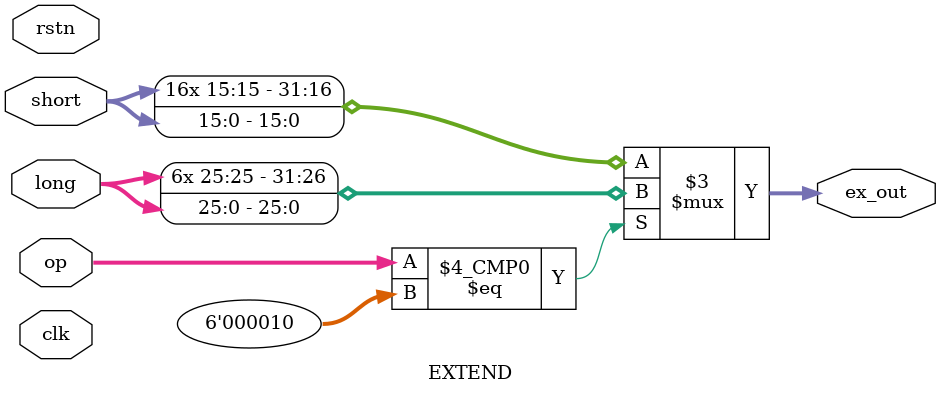
<source format=v>
`timescale 1ns / 1ps


module EXTEND(
    input clk,
    input rstn,
    input [15:0]short,
    input [25:0]long,
    input [5:0]op,
    output reg [31:0]ex_out
    );
always@(short,long,op)begin
        case(op)
            6'b000010:  ex_out<={{6{long[25]}},long[25:0]};
            default:   ex_out<={{16{short[15]}},short[15:0]};
        endcase
    
end
endmodule

</source>
